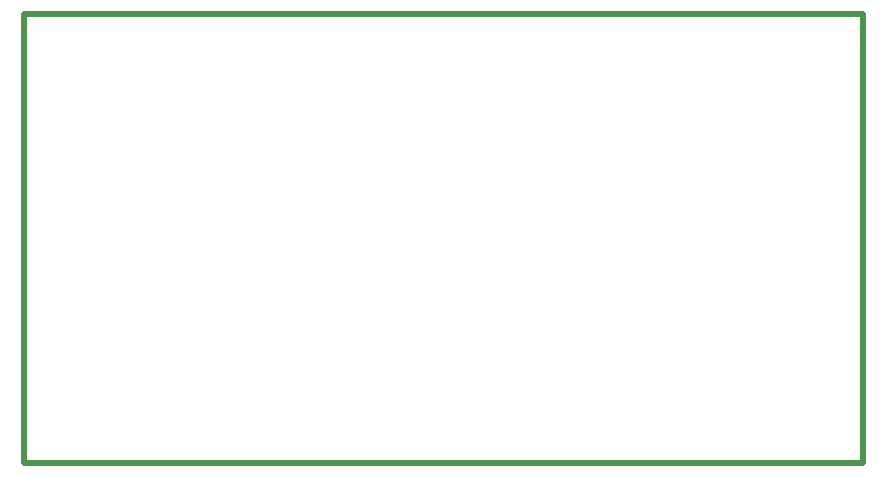
<source format=gko>
%FSLAX34Y34*%
%MOMM*%
%LNOUTLINE*%
G71*
G01*
%ADD10C, 0.500*%
%LPD*%
G54D10*
X80000Y280000D02*
X80000Y660000D01*
X790000Y660000D01*
X790000Y280000D01*
X80000Y280000D01*
M02*

</source>
